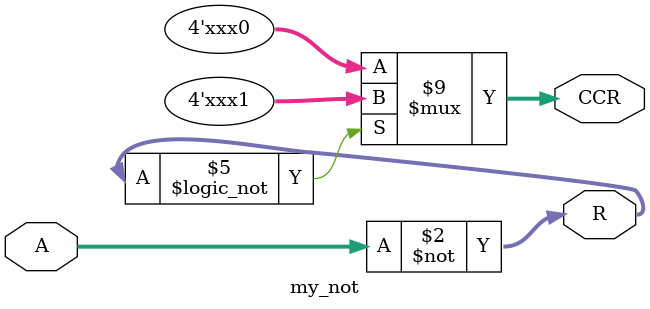
<source format=v>


//R=~B

//CCR con 4 flags:

//C: carry flag.
//   no se modifica

//V: overflow flag. 
//   no se modifica

//N: negative flag. 
//   =1 si el MSB de R es 1 (es decir, si en interpretacion signada, R<0).
//   =0 si el MSB de R es 0 (es decir, si en interpretacion signada, R>=0).

//Z: zero flag
//   =1 si R==0.
//   =1 si R!=0.

//3 ticks: 1 tick calculo, 2 ticks CCR

module my_not(R, CCR, A);

parameter op_size = 4;
parameter c_mask='b1000, v_mask='b0100, n_mask='b0010, z_mask='b0001;   //mascaras para los flags del ccr

output reg [3:0] R, CCR;     //resultado
input[3:0] A;           //input

always @(A) 
    begin
    //seteo resultado
    R = ~A;
    

#1

    //seteo negative
    if( R[op_size - 1] )
        begin
        CCR <= (CCR | n_mask);
        //$display("N=1");
    end else begin 
        CCR <= (CCR & (~n_mask));
        //$display("N=0");
        end
    #1


    //seteo zero
    if(!R)
        begin
        CCR <= (CCR | z_mask);
        //$display("Z=1");
    end else begin
        CCR <= (CCR & (~z_mask));
        //$display("Z=0");
        end
end
endmodule
/*
module my_not_tst;
reg dummy;

wire [3:0] R, CCR;  //resultado y condition code register
reg [3:0] A;        //input del not


my_not tst_not(R, CCR, A);
initial begin
dummy = $value$plusargs("A=%d", A);
#3 //my_not tarda 1 tick en hacer la suma y 2 ticks en acomodar el ccr
$display(" A=%b", A);
$display("~A=%b",R);
$display("CVNZ");
$display("%b", CCR);

$finish;
end

endmodule
*/
</source>
